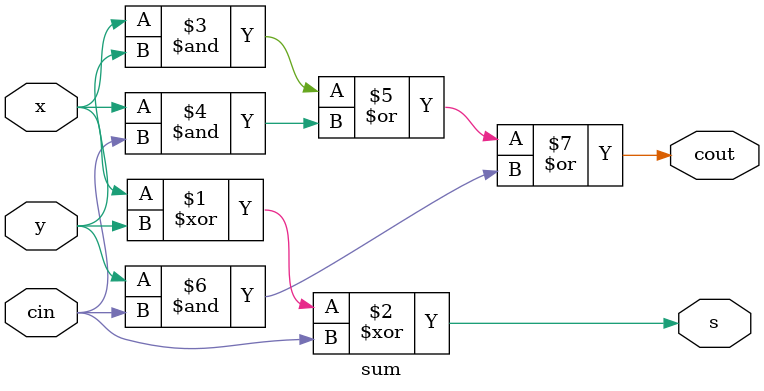
<source format=v>
module sum(input x, input y, input cin, output s, output cout);
    assign s = x ^ y ^ cin;
    assign cout = (x&y)|(x&cin)|(y&cin);
endmodule
</source>
